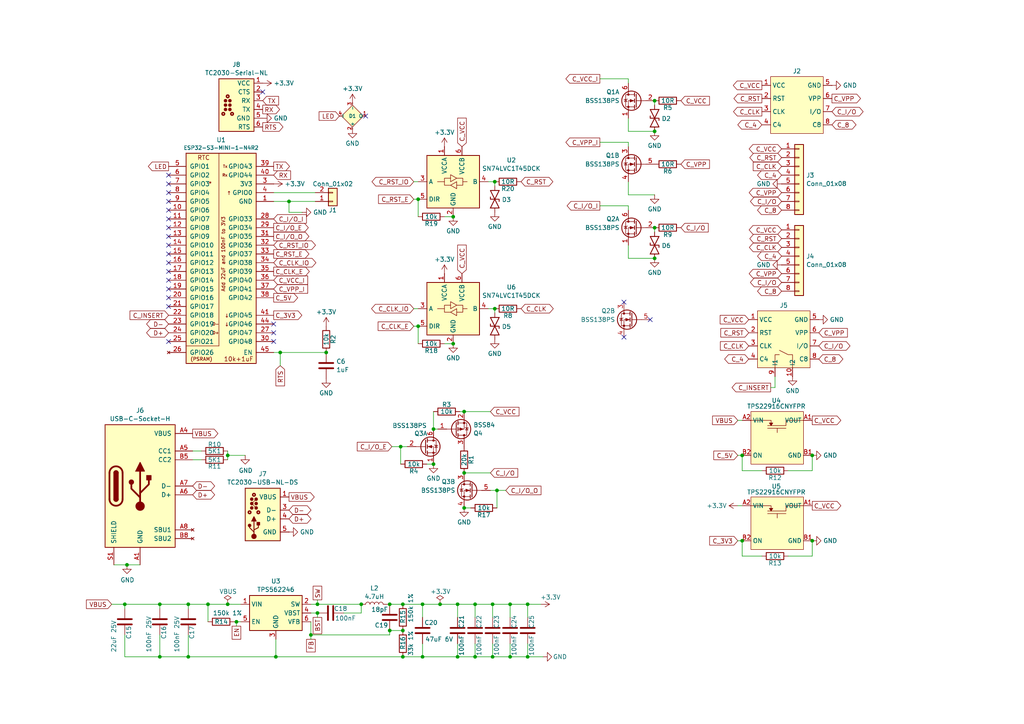
<source format=kicad_sch>
(kicad_sch (version 20250114) (generator "eeschema") (generator_version "9.0")
  (paper "A4")
  (title_block (title "ISO7816") (rev "1") (comment 1 "www.me.uk"))
  (junction (at 189.865 66.04))
  (junction (at 122.555 190.5))
  (junction (at 134.62 147.32))
  (junction (at 153.035 190.5))
  (junction (at 116.84 182.88))
  (junction (at 131.445 99.695))
  (junction (at 131.445 62.865))
  (junction (at 94.615 102.235))
  (junction (at 142.875 190.5))
  (junction (at 189.865 74.93))
  (junction (at 147.955 175.26))
  (junction (at 113.03 175.26))
  (junction (at 125.73 134.62))
  (junction (at 235.585 132.08))
  (junction (at 68.58 180.34))
  (junction (at 189.865 29.21))
  (junction (at 113.03 182.88))
  (junction (at 36.83 163.83))
  (junction (at 189.865 38.1))
  (junction (at 54.61 190.5))
  (junction (at 46.355 175.26))
  (junction (at 116.205 129.54))
  (junction (at 66.04 132.08))
  (junction (at 142.875 175.26))
  (junction (at 235.585 156.845))
  (junction (at 127.635 175.26))
  (junction (at 60.325 175.26))
  (junction (at 134.62 119.38))
  (junction (at 92.075 177.8))
  (junction (at 147.955 190.5))
  (junction (at 116.84 190.5))
  (junction (at 81.28 102.235))
  (junction (at 90.17 184.15))
  (junction (at 121.285 57.785))
  (junction (at 215.265 156.845))
  (junction (at 104.775 175.26))
  (junction (at 137.795 175.26))
  (junction (at 144.145 142.24))
  (junction (at 83.82 58.42))
  (junction (at 215.265 132.08))
  (junction (at 134.62 137.16))
  (junction (at 132.715 190.5))
  (junction (at 80.01 190.5))
  (junction (at 137.795 190.5))
  (junction (at 116.84 175.26))
  (junction (at 132.715 175.26))
  (junction (at 143.51 52.705))
  (junction (at 125.73 124.46))
  (junction (at 143.51 89.535))
  (junction (at 36.195 175.26))
  (junction (at 122.555 175.26))
  (junction (at 153.035 175.26))
  (junction (at 92.075 175.26))
  (junction (at 54.61 175.26))
  (junction (at 66.04 175.26))
  (junction (at 121.285 94.615))
  (junction (at 46.355 190.5))
  (no_connect (at 48.895 55.88))
  (no_connect (at 48.895 68.58))
  (no_connect (at 79.375 96.52))
  (no_connect (at 106.045 33.655))
  (no_connect (at 188.595 92.71))
  (no_connect (at 48.895 50.8))
  (no_connect (at 48.895 71.12))
  (no_connect (at 48.895 81.28))
  (no_connect (at 48.895 73.66))
  (no_connect (at 48.895 58.42))
  (no_connect (at 48.895 60.96))
  (no_connect (at 48.895 88.9))
  (no_connect (at 48.895 78.74))
  (no_connect (at 48.895 63.5))
  (no_connect (at 79.375 99.06))
  (no_connect (at 48.895 53.34))
  (no_connect (at 48.895 66.04))
  (no_connect (at 180.975 97.79))
  (no_connect (at 76.2 26.67))
  (no_connect (at 48.895 99.06))
  (no_connect (at 48.895 83.82))
  (no_connect (at 180.975 87.63))
  (no_connect (at 79.375 93.98))
  (no_connect (at 48.895 76.2))
  (no_connect (at 48.895 86.36))
  (wire (pts (xy 55.88 133.35) (xy 58.42 133.35)))
  (wire (pts (xy 66.04 130.81) (xy 66.04 132.08)))
  (wire (pts (xy 134.62 119.38) (xy 142.24 119.38)))
  (wire (pts (xy 189.865 67.31) (xy 189.865 66.04)))
  (wire (pts (xy 173.99 41.275) (xy 182.245 41.275)))
  (wire (pts (xy 153.035 175.26) (xy 153.035 179.07)))
  (wire (pts (xy 71.12 132.08) (xy 66.04 132.08)))
  (wire (pts (xy 122.555 175.26) (xy 122.555 179.07)))
  (wire (pts (xy 120.015 57.785) (xy 121.285 57.785)))
  (wire (pts (xy 189.865 74.93) (xy 182.245 74.93)))
  (wire (pts (xy 132.715 175.26) (xy 137.795 175.26)))
  (wire (pts (xy 113.03 184.15) (xy 113.03 182.88)))
  (wire (pts (xy 80.01 190.5) (xy 116.84 190.5)))
  (wire (pts (xy 235.585 136.525) (xy 235.585 132.08)))
  (wire (pts (xy 121.285 57.785) (xy 121.285 62.865)))
  (wire (pts (xy 133.35 119.38) (xy 134.62 119.38)))
  (wire (pts (xy 66.04 132.08) (xy 66.04 133.35)))
  (wire (pts (xy 46.355 175.26) (xy 54.61 175.26)))
  (wire (pts (xy 235.585 161.29) (xy 235.585 156.845)))
  (wire (pts (xy 90.17 184.15) (xy 113.03 184.15)))
  (wire (pts (xy 153.035 186.69) (xy 153.035 190.5)))
  (wire (pts (xy 128.905 99.695) (xy 131.445 99.695)))
  (wire (pts (xy 36.195 190.5) (xy 36.195 184.15)))
  (wire (pts (xy 79.375 58.42) (xy 83.82 58.42)))
  (wire (pts (xy 91.44 58.42) (xy 83.82 58.42)))
  (wire (pts (xy 137.795 190.5) (xy 142.875 190.5)))
  (wire (pts (xy 144.145 142.24) (xy 142.24 142.24)))
  (wire (pts (xy 147.955 175.26) (xy 153.035 175.26)))
  (wire (pts (xy 33.02 163.83) (xy 36.83 163.83)))
  (wire (pts (xy 182.245 22.86) (xy 182.245 24.13)))
  (wire (pts (xy 132.715 175.26) (xy 132.715 179.07)))
  (wire (pts (xy 182.245 71.12) (xy 182.245 74.93)))
  (wire (pts (xy 116.84 190.5) (xy 122.555 190.5)))
  (wire (pts (xy 68.58 181.61) (xy 68.58 180.34)))
  (wire (pts (xy 60.325 175.26) (xy 66.04 175.26)))
  (wire (pts (xy 104.775 175.26) (xy 104.775 177.8)))
  (wire (pts (xy 142.875 190.5) (xy 147.955 190.5)))
  (wire (pts (xy 68.58 180.34) (xy 69.85 180.34)))
  (wire (pts (xy 137.795 190.5) (xy 132.715 190.5)))
  (wire (pts (xy 147.955 175.26) (xy 147.955 179.07)))
  (wire (pts (xy 36.195 175.26) (xy 46.355 175.26)))
  (wire (pts (xy 215.265 136.525) (xy 220.98 136.525)))
  (wire (pts (xy 137.795 175.26) (xy 142.875 175.26)))
  (wire (pts (xy 153.035 175.26) (xy 156.845 175.26)))
  (wire (pts (xy 134.62 147.32) (xy 136.525 147.32)))
  (wire (pts (xy 142.875 175.26) (xy 147.955 175.26)))
  (wire (pts (xy 143.51 90.805) (xy 143.51 89.535)))
  (wire (pts (xy 120.015 52.705) (xy 121.285 52.705)))
  (wire (pts (xy 189.865 30.48) (xy 189.865 29.21)))
  (wire (pts (xy 128.905 62.865) (xy 131.445 62.865)))
  (wire (pts (xy 189.865 56.515) (xy 182.245 56.515)))
  (wire (pts (xy 80.01 190.5) (xy 80.01 185.42)))
  (wire (pts (xy 228.6 136.525) (xy 235.585 136.525)))
  (wire (pts (xy 182.245 34.29) (xy 182.245 38.1)))
  (wire (pts (xy 146.685 142.24) (xy 144.145 142.24)))
  (wire (pts (xy 142.875 175.26) (xy 142.875 179.07)))
  (wire (pts (xy 127.635 175.26) (xy 132.715 175.26)))
  (wire (pts (xy 173.99 22.86) (xy 182.245 22.86)))
  (wire (pts (xy 122.555 190.5) (xy 122.555 186.69)))
  (wire (pts (xy 46.355 190.5) (xy 36.195 190.5)))
  (wire (pts (xy 116.84 175.26) (xy 122.555 175.26)))
  (wire (pts (xy 83.82 58.42) (xy 83.82 61.595)))
  (wire (pts (xy 121.285 94.615) (xy 121.285 99.695)))
  (wire (pts (xy 83.82 61.595) (xy 87.63 61.595)))
  (wire (pts (xy 132.715 186.69) (xy 132.715 190.5)))
  (wire (pts (xy 144.145 142.24) (xy 144.145 147.32)))
  (wire (pts (xy 125.73 119.38) (xy 125.73 124.46)))
  (wire (pts (xy 46.355 175.26) (xy 46.355 176.53)))
  (wire (pts (xy 54.61 184.15) (xy 54.61 190.5)))
  (wire (pts (xy 123.825 134.62) (xy 125.73 134.62)))
  (wire (pts (xy 224.79 112.395) (xy 223.52 112.395)))
  (wire (pts (xy 213.995 132.08) (xy 215.265 132.08)))
  (wire (pts (xy 67.945 180.34) (xy 68.58 180.34)))
  (wire (pts (xy 224.79 109.22) (xy 224.79 112.395)))
  (wire (pts (xy 215.265 156.845) (xy 215.265 161.29)))
  (wire (pts (xy 66.04 175.26) (xy 69.85 175.26)))
  (wire (pts (xy 112.395 175.26) (xy 113.03 175.26)))
  (wire (pts (xy 79.375 102.235) (xy 81.28 102.235)))
  (wire (pts (xy 90.17 180.34) (xy 90.17 184.15)))
  (wire (pts (xy 173.99 59.69) (xy 182.245 59.69)))
  (wire (pts (xy 182.245 59.69) (xy 182.245 60.96)))
  (wire (pts (xy 182.245 52.705) (xy 182.245 56.515)))
  (wire (pts (xy 80.01 190.5) (xy 54.61 190.5)))
  (wire (pts (xy 32.385 175.26) (xy 36.195 175.26)))
  (wire (pts (xy 120.015 89.535) (xy 121.285 89.535)))
  (wire (pts (xy 228.6 161.29) (xy 235.585 161.29)))
  (wire (pts (xy 120.015 94.615) (xy 121.285 94.615)))
  (wire (pts (xy 215.265 161.29) (xy 220.98 161.29)))
  (wire (pts (xy 113.03 175.26) (xy 116.84 175.26)))
  (wire (pts (xy 134.62 137.16) (xy 142.24 137.16)))
  (wire (pts (xy 113.03 182.88) (xy 116.84 182.88)))
  (wire (pts (xy 90.17 175.26) (xy 92.075 175.26)))
  (wire (pts (xy 141.605 89.535) (xy 143.51 89.535)))
  (wire (pts (xy 54.61 175.26) (xy 60.325 175.26)))
  (wire (pts (xy 113.665 129.54) (xy 116.205 129.54)))
  (wire (pts (xy 81.28 102.235) (xy 81.28 106.045)))
  (wire (pts (xy 122.555 190.5) (xy 132.715 190.5)))
  (wire (pts (xy 40.64 163.83) (xy 36.83 163.83)))
  (wire (pts (xy 213.995 146.685) (xy 215.265 146.685)))
  (wire (pts (xy 143.51 53.975) (xy 143.51 52.705)))
  (wire (pts (xy 125.73 124.46) (xy 127 124.46)))
  (wire (pts (xy 104.775 177.8) (xy 99.695 177.8)))
  (wire (pts (xy 147.955 190.5) (xy 153.035 190.5)))
  (wire (pts (xy 189.865 38.1) (xy 182.245 38.1)))
  (wire (pts (xy 92.075 175.26) (xy 104.775 175.26)))
  (wire (pts (xy 142.875 186.69) (xy 142.875 190.5)))
  (wire (pts (xy 90.17 184.15) (xy 90.17 185.42)))
  (wire (pts (xy 153.035 190.5) (xy 157.48 190.5)))
  (wire (pts (xy 54.61 190.5) (xy 46.355 190.5)))
  (wire (pts (xy 213.995 156.845) (xy 215.265 156.845)))
  (wire (pts (xy 116.205 129.54) (xy 118.11 129.54)))
  (wire (pts (xy 122.555 175.26) (xy 127.635 175.26)))
  (wire (pts (xy 55.88 130.81) (xy 58.42 130.81)))
  (wire (pts (xy 137.795 175.26) (xy 137.795 179.07)))
  (wire (pts (xy 79.375 55.88) (xy 91.44 55.88)))
  (wire (pts (xy 213.995 121.92) (xy 215.265 121.92)))
  (wire (pts (xy 116.205 129.54) (xy 116.205 134.62)))
  (wire (pts (xy 215.265 132.08) (xy 215.265 136.525)))
  (wire (pts (xy 141.605 52.705) (xy 143.51 52.705)))
  (wire (pts (xy 137.795 186.69) (xy 137.795 190.5)))
  (wire (pts (xy 60.325 175.26) (xy 60.325 180.34)))
  (wire (pts (xy 92.075 177.8) (xy 92.075 179.07)))
  (wire (pts (xy 54.61 175.26) (xy 54.61 176.53)))
  (wire (pts (xy 46.355 184.15) (xy 46.355 190.5)))
  (wire (pts (xy 182.245 41.275) (xy 182.245 42.545)))
  (wire (pts (xy 90.17 177.8) (xy 92.075 177.8)))
  (wire (pts (xy 81.28 102.235) (xy 94.615 102.235)))
  (wire (pts (xy 147.955 186.69) (xy 147.955 190.5)))
  (wire (pts (xy 36.195 175.26) (xy 36.195 176.53)))
  (wire (pts (xy 92.075 173.99) (xy 92.075 175.26)))
  (global_label "C_RST_E" (shape output) (at 79.375 73.66 0) (property "Intersheetrefs" "${INTERSHEET_REFS}" (effects (hide yes))))
  (global_label "VBUS" (shape input) (at 32.385 175.26 180) (property "Intersheetrefs" "${INTERSHEET_REFS}" (effects (hide yes))))
  (global_label "C_I{slash}O_I" (shape input) (at 79.375 63.5 0) (property "Intersheetrefs" "${INTERSHEET_REFS}" (effects (hide yes))))
  (global_label "C_VCC_I" (shape input) (at 79.375 81.28 0) (property "Intersheetrefs" "${INTERSHEET_REFS}" (effects (hide yes))))
  (global_label "C_VPP" (shape bidirectional) (at 226.695 79.375 180) (property "Intersheetrefs" "${INTERSHEET_REFS}" (effects (hide yes))))
  (global_label "FB" (shape passive) (at 90.17 185.42 270) (property "Intersheetrefs" "${INTERSHEET_REFS}" (effects (hide yes))))
  (global_label "C_5V" (shape input) (at 213.995 132.08 180) (property "Intersheetrefs" "${INTERSHEET_REFS}" (effects (hide yes))))
  (global_label "C_I{slash}O" (shape bidirectional) (at 226.695 58.42 180) (property "Intersheetrefs" "${INTERSHEET_REFS}" (effects (hide yes))))
  (global_label "C_4" (shape bidirectional) (at 226.695 74.295 180) (property "Intersheetrefs" "${INTERSHEET_REFS}" (effects (hide yes))))
  (global_label "RX" (shape output) (at 76.2 31.75 0) (property "Intersheetrefs" "${INTERSHEET_REFS}" (effects (hide yes))))
  (global_label "C_VCC_I" (shape output) (at 173.99 22.86 180) (property "Intersheetrefs" "${INTERSHEET_REFS}" (effects (hide yes))))
  (global_label "C_CLK_E" (shape output) (at 79.375 78.74 0) (property "Intersheetrefs" "${INTERSHEET_REFS}" (effects (hide yes))))
  (global_label "C_4" (shape bidirectional) (at 220.98 36.195 180) (property "Intersheetrefs" "${INTERSHEET_REFS}" (effects (hide yes))))
  (global_label "BST" (shape passive) (at 92.075 179.07 270) (property "Intersheetrefs" "${INTERSHEET_REFS}" (effects (hide yes))))
  (global_label "VBUS" (shape output) (at 83.82 144.145 0) (property "Intersheetrefs" "${INTERSHEET_REFS}" (effects (hide yes))))
  (global_label "D+" (shape bidirectional) (at 83.82 150.495 0) (property "Intersheetrefs" "${INTERSHEET_REFS}" (effects (hide yes))))
  (global_label "C_4" (shape bidirectional) (at 217.17 104.14 180) (property "Intersheetrefs" "${INTERSHEET_REFS}" (effects (hide yes))))
  (global_label "C_INSERT" (shape output) (at 223.52 112.395 180) (property "Intersheetrefs" "${INTERSHEET_REFS}" (effects (hide yes))))
  (global_label "C_RST" (shape output) (at 220.98 28.575 180) (property "Intersheetrefs" "${INTERSHEET_REFS}" (effects (hide yes))))
  (global_label "D-" (shape bidirectional) (at 48.895 93.98 180) (property "Intersheetrefs" "${INTERSHEET_REFS}" (effects (hide yes))))
  (global_label "C_RST" (shape input) (at 217.17 96.52 180) (property "Intersheetrefs" "${INTERSHEET_REFS}" (effects (hide yes))))
  (global_label "C_VCC" (shape input) (at 133.985 42.545 90) (property "Intersheetrefs" "${INTERSHEET_REFS}" (effects (hide yes))))
  (global_label "C_3V3" (shape input) (at 213.995 156.845 180) (property "Intersheetrefs" "${INTERSHEET_REFS}" (effects (hide yes))))
  (global_label "C_VCC" (shape output) (at 235.585 121.92 0) (property "Intersheetrefs" "${INTERSHEET_REFS}" (effects (hide yes))))
  (global_label "C_CLK" (shape input) (at 217.17 100.33 180) (property "Intersheetrefs" "${INTERSHEET_REFS}" (effects (hide yes))))
  (global_label "TX" (shape input) (at 76.2 29.21 0) (property "Intersheetrefs" "${INTERSHEET_REFS}" (effects (hide yes))))
  (global_label "C_CLK_E" (shape input) (at 120.015 94.615 180) (property "Intersheetrefs" "${INTERSHEET_REFS}" (effects (hide yes))))
  (global_label "C_CLK" (shape output) (at 220.98 32.385 180) (property "Intersheetrefs" "${INTERSHEET_REFS}" (effects (hide yes))))
  (global_label "LED" (shape input) (at 98.425 33.655 180) (property "Intersheetrefs" "${INTERSHEET_REFS}" (effects (hide yes))))
  (global_label "C_VCC" (shape input) (at 133.985 79.375 90) (property "Intersheetrefs" "${INTERSHEET_REFS}" (effects (hide yes))))
  (global_label "C_VPP" (shape input) (at 197.485 47.625 0) (property "Intersheetrefs" "${INTERSHEET_REFS}" (effects (hide yes))))
  (global_label "C_VCC" (shape bidirectional) (at 226.695 66.675 180) (property "Intersheetrefs" "${INTERSHEET_REFS}" (effects (hide yes))))
  (global_label "C_VCC" (shape output) (at 220.98 24.765 180) (property "Intersheetrefs" "${INTERSHEET_REFS}" (effects (hide yes))))
  (global_label "C_4" (shape bidirectional) (at 226.695 50.8 180) (property "Intersheetrefs" "${INTERSHEET_REFS}" (effects (hide yes))))
  (global_label "C_RST" (shape bidirectional) (at 226.695 69.215 180) (property "Intersheetrefs" "${INTERSHEET_REFS}" (effects (hide yes))))
  (global_label "C_RST" (shape bidirectional) (at 151.13 52.705 0) (property "Intersheetrefs" "${INTERSHEET_REFS}" (effects (hide yes))))
  (global_label "D+" (shape bidirectional) (at 48.895 96.52 180) (property "Intersheetrefs" "${INTERSHEET_REFS}" (effects (hide yes))))
  (global_label "C_VPP" (shape input) (at 237.49 96.52 0) (property "Intersheetrefs" "${INTERSHEET_REFS}" (effects (hide yes))))
  (global_label "C_5V" (shape output) (at 79.375 86.36 0) (property "Intersheetrefs" "${INTERSHEET_REFS}" (effects (hide yes))))
  (global_label "C_I{slash}O_I" (shape output) (at 173.99 59.69 180) (property "Intersheetrefs" "${INTERSHEET_REFS}" (effects (hide yes))))
  (global_label "C_VCC" (shape input) (at 142.24 119.38 0) (property "Intersheetrefs" "${INTERSHEET_REFS}" (effects (hide yes))))
  (global_label "C_8" (shape bidirectional) (at 237.49 104.14 0) (property "Intersheetrefs" "${INTERSHEET_REFS}" (effects (hide yes))))
  (global_label "C_VPP_I" (shape input) (at 79.375 83.82 0) (property "Intersheetrefs" "${INTERSHEET_REFS}" (effects (hide yes))))
  (global_label "C_VPP" (shape output) (at 241.3 28.575 0) (property "Intersheetrefs" "${INTERSHEET_REFS}" (effects (hide yes))))
  (global_label "RX" (shape input) (at 79.375 50.8 0) (property "Intersheetrefs" "${INTERSHEET_REFS}" (effects (hide yes))))
  (global_label "D+" (shape bidirectional) (at 55.88 143.51 0) (property "Intersheetrefs" "${INTERSHEET_REFS}" (effects (hide yes))))
  (global_label "C_RST_IO" (shape bidirectional) (at 79.375 71.12 0) (property "Intersheetrefs" "${INTERSHEET_REFS}" (effects (hide yes))))
  (global_label "RTS" (shape output) (at 76.2 36.83 0) (property "Intersheetrefs" "${INTERSHEET_REFS}" (effects (hide yes))))
  (global_label "C_8" (shape bidirectional) (at 226.695 60.96 180) (property "Intersheetrefs" "${INTERSHEET_REFS}" (effects (hide yes))))
  (global_label "SW" (shape passive) (at 92.075 173.99 90) (property "Intersheetrefs" "${INTERSHEET_REFS}" (effects (hide yes))))
  (global_label "C_I{slash}O" (shape bidirectional) (at 241.3 32.385 0) (property "Intersheetrefs" "${INTERSHEET_REFS}" (effects (hide yes))))
  (global_label "C_I{slash}O_O" (shape output) (at 79.375 68.58 0) (property "Intersheetrefs" "${INTERSHEET_REFS}" (effects (hide yes))))
  (global_label "C_INSERT" (shape input) (at 48.895 91.44 180) (property "Intersheetrefs" "${INTERSHEET_REFS}" (effects (hide yes))))
  (global_label "C_VCC" (shape bidirectional) (at 226.695 43.18 180) (property "Intersheetrefs" "${INTERSHEET_REFS}" (effects (hide yes))))
  (global_label "C_CLK" (shape bidirectional) (at 226.695 71.755 180) (property "Intersheetrefs" "${INTERSHEET_REFS}" (effects (hide yes))))
  (global_label "C_VCC" (shape input) (at 197.485 29.21 0) (property "Intersheetrefs" "${INTERSHEET_REFS}" (effects (hide yes))))
  (global_label "C_I{slash}O_E" (shape output) (at 79.375 66.04 0) (property "Intersheetrefs" "${INTERSHEET_REFS}" (effects (hide yes))))
  (global_label "C_I{slash}O" (shape bidirectional) (at 226.695 81.915 180) (property "Intersheetrefs" "${INTERSHEET_REFS}" (effects (hide yes))))
  (global_label "C_RST_E" (shape input) (at 120.015 57.785 180) (property "Intersheetrefs" "${INTERSHEET_REFS}" (effects (hide yes))))
  (global_label "VBUS" (shape input) (at 213.995 121.92 180) (property "Intersheetrefs" "${INTERSHEET_REFS}" (effects (hide yes))))
  (global_label "C_RST" (shape bidirectional) (at 226.695 45.72 180) (property "Intersheetrefs" "${INTERSHEET_REFS}" (effects (hide yes))))
  (global_label "C_I{slash}O" (shape bidirectional) (at 237.49 100.33 0) (property "Intersheetrefs" "${INTERSHEET_REFS}" (effects (hide yes))))
  (global_label "C_VPP_I" (shape output) (at 173.99 41.275 180) (property "Intersheetrefs" "${INTERSHEET_REFS}" (effects (hide yes))))
  (global_label "C_I{slash}O" (shape input) (at 197.485 66.04 0) (property "Intersheetrefs" "${INTERSHEET_REFS}" (effects (hide yes))))
  (global_label "C_VCC" (shape input) (at 217.17 92.71 180) (property "Intersheetrefs" "${INTERSHEET_REFS}" (effects (hide yes))))
  (global_label "C_3V3" (shape output) (at 79.375 91.44 0) (property "Intersheetrefs" "${INTERSHEET_REFS}" (effects (hide yes))))
  (global_label "C_RST_IO" (shape bidirectional) (at 120.015 52.705 180) (property "Intersheetrefs" "${INTERSHEET_REFS}" (effects (hide yes))))
  (global_label "C_CLK_IO" (shape bidirectional) (at 79.375 76.2 0) (property "Intersheetrefs" "${INTERSHEET_REFS}" (effects (hide yes))))
  (global_label "C_8" (shape bidirectional) (at 226.695 84.455 180) (property "Intersheetrefs" "${INTERSHEET_REFS}" (effects (hide yes))))
  (global_label "VBUS" (shape output) (at 55.88 125.73 0) (property "Intersheetrefs" "${INTERSHEET_REFS}" (effects (hide yes))))
  (global_label "D-" (shape bidirectional) (at 83.82 147.955 0) (property "Intersheetrefs" "${INTERSHEET_REFS}" (effects (hide yes))))
  (global_label "C_VPP" (shape bidirectional) (at 226.695 55.88 180) (property "Intersheetrefs" "${INTERSHEET_REFS}" (effects (hide yes))))
  (global_label "C_VCC" (shape output) (at 235.585 146.685 0) (property "Intersheetrefs" "${INTERSHEET_REFS}" (effects (hide yes))))
  (global_label "C_I{slash}O_O" (shape input) (at 146.685 142.24 0) (property "Intersheetrefs" "${INTERSHEET_REFS}" (effects (hide yes))))
  (global_label "C_CLK_IO" (shape bidirectional) (at 120.015 89.535 180) (property "Intersheetrefs" "${INTERSHEET_REFS}" (effects (hide yes))))
  (global_label "LED" (shape output) (at 48.895 48.26 180) (property "Intersheetrefs" "${INTERSHEET_REFS}" (effects (hide yes))))
  (global_label "TX" (shape output) (at 79.375 48.26 0) (property "Intersheetrefs" "${INTERSHEET_REFS}" (effects (hide yes))))
  (global_label "C_8" (shape bidirectional) (at 241.3 36.195 0) (property "Intersheetrefs" "${INTERSHEET_REFS}" (effects (hide yes))))
  (global_label "C_I{slash}O_E" (shape input) (at 113.665 129.54 180) (property "Intersheetrefs" "${INTERSHEET_REFS}" (effects (hide yes))))
  (global_label "C_I{slash}O" (shape input) (at 142.24 137.16 0) (property "Intersheetrefs" "${INTERSHEET_REFS}" (effects (hide yes))))
  (global_label "D-" (shape bidirectional) (at 55.88 140.97 0) (property "Intersheetrefs" "${INTERSHEET_REFS}" (effects (hide yes))))
  (global_label "C_CLK" (shape bidirectional) (at 151.13 89.535 0) (property "Intersheetrefs" "${INTERSHEET_REFS}" (effects (hide yes))))
  (global_label "EN" (shape passive) (at 68.58 181.61 270) (property "Intersheetrefs" "${INTERSHEET_REFS}" (effects (hide yes))))
  (global_label "C_CLK" (shape input) (at 226.695 48.26 180) (property "Intersheetrefs" "${INTERSHEET_REFS}" (effects (hide yes))))
  (global_label "RTS" (shape input) (at 81.28 106.045 270) (property "Intersheetrefs" "${INTERSHEET_REFS}" (effects (hide yes))))
  (symbol (lib_id "power:GND") (at 71.12 132.08 0) (unit 1)
    (property "Reference" "#PWR026" (effects (hide yes)))
    (property "Value" "GND" (at 71.247 136.4742 0))
    (property "Description" "Power symbol creates a global label with name \"GND\" , ground" (effects (hide yes)))
  )
  (symbol (lib_id "power:GND") (at 36.83 163.83 0) (unit 1)
    (property "Reference" "#PWR023" (effects (hide yes)))
    (property "Value" "GND" (at 36.957 168.2242 0))
    (property "Description" "Power symbol creates a global label with name \"GND\" , ground" (effects (hide yes)))
  )
  (symbol (lib_id "Device:R") (at 224.79 161.29 90) (mirror x) (unit 1)
    (property "Reference" "R13" (at 224.79 163.322 90))
    (property "Value" "10k" (at 224.79 161.29 90))
    (property "Footprint" "RevK:R_0201" (effects (hide yes)))
    (property "Description" "Resistor" (effects (hide yes)))
  )
  (symbol (lib_id "Device:R") (at 116.84 186.69 0) (unit 1)
    (property "Reference" "R16" (at 116.84 188.468 90) (effects (justify left)))
    (property "Value" "33k 1%" (at 119.126 190.246 90) (effects (justify left)))
    (property "Footprint" "RevK:R_0201" (effects (hide yes)))
    (property "Description" "Resistor" (effects (hide yes)))
    (property "MPN" "C320835" (effects (hide yes)))
  )
  (symbol (lib_id "RevK:ES05D1MC10") (at 143.51 57.785 270) (unit 1)
    (property "Reference" "D3" (at 145.542 57.912 90) (effects (justify left)))
    (property "Footprint" "RevK:DFN1006-2L" (effects (hide yes)))
    (property "LCSC Part #" "C5137770" (effects (hide yes)))
    (property "MPN" "C5137770" (effects (hide yes)))
  )
  (symbol (lib_id "Device:C") (at 113.03 179.07 180) (unit 1)
    (property "Reference" "C19" (at 110.617 181.356 0))
    (property "Value" "18pF" (at 110.109 176.784 0))
    (property "Footprint" "RevK:C_0201" (effects (hide yes)))
    (property "Description" "Unpolarized capacitor" (effects (hide yes)))
    (property "MPN" "C62164" (effects (hide yes)))
  )
  (symbol (lib_id "Device:R") (at 134.62 133.35 0) (unit 1)
    (property "Reference" "R1" (at 136.652 133.35 90))
    (property "Value" "20k" (at 134.62 133.35 90))
    (property "Footprint" "RevK:R_0201" (effects (hide yes)))
    (property "Description" "Resistor" (effects (hide yes)))
  )
  (symbol (lib_id "power:+3.3V") (at 94.615 94.615 0) (unit 1)
    (property "Reference" "#PWR07" (effects (hide yes)))
    (property "Value" "+3.3V" (at 94.615 90.4819 0))
    (property "Description" "Power symbol creates a global label with name \"+3.3V\"" (effects (hide yes)))
  )
  (symbol (lib_id "RevK:BSS138PS") (at 184.785 47.625 0) (mirror y) (unit 2)
    (property "Reference" "Q1" (at 179.705 45.085 0) (effects (justify left)))
    (property "Value" "BSS138PS" (at 179.705 47.625 0) (effects (justify left)))
    (property "Footprint" "RevK:SOT-363_SC-70-6" (effects (hide yes)))
    (property "Datasheet" "https://datasheet.lcsc.com/lcsc/1810011113_Nexperia-BSS138PS-115_C193381.pdf" (effects (hide yes)))
    (property "Description" "60 V, 320 mA dual N-channel Trench MOSFET" (effects (hide yes)))
    (property "LCSC Part #" "C193381" (effects (hide yes)))
    (property "JLCPCB Rotation Offset" "180" (effects (hide yes)))
    (property "MPN" "C193381" (effects (hide yes)))
  )
  (symbol (lib_id "power:GND") (at 102.235 37.465 0) (unit 1)
    (property "Reference" "#PWR010" (effects (hide yes)))
    (property "Value" "GND" (at 102.235 41.5981 0))
    (property "Description" "Power symbol creates a global label with name \"GND\" , ground" (effects (hide yes)))
  )
  (symbol (lib_id "Device:R") (at 147.32 52.705 90) (mirror x) (unit 1)
    (property "Reference" "R20" (at 147.32 54.737 90))
    (property "Value" "10R" (at 147.32 52.705 90))
    (property "Footprint" "RevK:R_0201" (effects (hide yes)))
    (property "Description" "Resistor" (effects (hide yes)))
  )
  (symbol (lib_id "power:PWR_FLAG") (at 127.635 175.26 0) (unit 1)
    (property "Reference" "#FLG04" (effects (hide yes)))
    (property "Value" "+3.3V" (at 127.762 171.577 0))
    (property "Description" "Special symbol for telling ERC where power comes from" (effects (hide yes)))
  )
  (symbol (lib_id "power:GND") (at 235.585 156.845 90) (mirror x) (unit 1)
    (property "Reference" "#PWR022" (effects (hide yes)))
    (property "Value" "GND" (at 238.7599 156.845 90) (effects (justify right)))
    (property "Description" "Power symbol creates a global label with name \"GND\" , ground" (effects (hide yes)))
  )
  (symbol (lib_id "Device:R") (at 62.23 130.81 90) (unit 1)
    (property "Reference" "R10" (at 62.23 128.905 90))
    (property "Value" "5K1" (at 62.23 130.81 90))
    (property "Footprint" "RevK:R_0201" (effects (hide yes)))
    (property "Description" "Resistor" (effects (hide yes)))
    (property "MPN" "C274341" (effects (hide yes)))
  )
  (symbol (lib_id "Logic_LevelTranslator:SN74LVC1T45DCK") (at 131.445 89.535 0) (unit 1)
    (property "Reference" "U6" (at 148.3141 83.2884 0))
    (property "Value" "SN74LVC1T45DCK" (at 148.3141 85.7127 0))
    (property "Footprint" "Package_TO_SOT_SMD:SOT-363_SC-70-6" (effects (hide yes)))
    (property "Datasheet" "http://www.ti.com/lit/ds/symlink/sn74lvc1t45.pdf" (effects (hide yes)))
    (property "Description" "Single-Bit Dual-Supply Bus Transceiver With Configurable Voltage Translation and 3-State Outputs, SOT-363" (effects (hide yes)))
  )
  (symbol (lib_id "RevK:ISO7816-Socket") (at 227.33 97.79 0) (unit 1) (in_bom no)
    (property "Reference" "J5" (at 227.33 88.5769 0))
    (property "Footprint" "RevK:7434L0825S01LF" (effects (hide yes)))
    (property "Description" "ISO7816 card" (effects (hide yes)))
  )
  (symbol (lib_id "power:GND") (at 157.48 190.5 90) (unit 1)
    (property "Reference" "#PWR031" (effects (hide yes)))
    (property "Value" "GND" (at 164.465 190.5 90) (effects (justify left)))
    (property "Description" "Power symbol creates a global label with name \"GND\" , ground" (effects (hide yes)))
  )
  (symbol (lib_id "RevK:ES05D1MC10") (at 143.51 94.615 270) (unit 1)
    (property "Reference" "D5" (at 145.542 94.742 90) (effects (justify left)))
    (property "Footprint" "RevK:DFN1006-2L" (effects (hide yes)))
    (property "LCSC Part #" "C5137770" (effects (hide yes)))
    (property "MPN" "C5137770" (effects (hide yes)))
  )
  (symbol (lib_id "power:GND") (at 235.585 132.08 90) (mirror x) (unit 1)
    (property "Reference" "#PWR024" (effects (hide yes)))
    (property "Value" "GND" (at 238.7599 132.08 90) (effects (justify right)))
    (property "Description" "Power symbol creates a global label with name \"GND\" , ground" (effects (hide yes)))
  )
  (symbol (lib_id "Device:C") (at 36.195 180.34 0) (unit 1)
    (property "Reference" "C15" (at 37.338 185.42 90) (effects (justify left)))
    (property "Value" "22uF 25V" (at 33.02 189.23 90) (effects (justify left)))
    (property "Footprint" "RevK:C_0805" (effects (hide yes)))
    (property "Description" "Unpolarized capacitor" (effects (hide yes)))
    (property "MPN" "C45783" (effects (hide yes)))
  )
  (symbol (lib_id "power:GND") (at 229.87 109.22 0) (mirror y) (unit 1)
    (property "Reference" "#PWR027" (effects (hide yes)))
    (property "Value" "GND" (at 229.87 113.3531 0))
    (property "Description" "Power symbol creates a global label with name \"GND\" , ground" (effects (hide yes)))
  )
  (symbol (lib_id "power:GND") (at 189.865 56.515 0) (unit 1)
    (property "Reference" "#PWR014" (effects (hide yes)))
    (property "Value" "GND" (at 189.865 60.6481 0))
    (property "Description" "Power symbol creates a global label with name \"GND\" , ground" (effects (hide yes)))
  )
  (symbol (lib_id "RevK:ES05D1MC10") (at 189.865 71.12 270) (unit 1)
    (property "Reference" "D6" (at 191.897 71.247 90) (effects (justify left)))
    (property "Footprint" "RevK:DFN1006-2L" (effects (hide yes)))
    (property "LCSC Part #" "C5137770" (effects (hide yes)))
    (property "MPN" "C5137770" (effects (hide yes)))
  )
  (symbol (lib_id "Device:C") (at 95.885 177.8 90) (unit 1)
    (property "Reference" "C18" (at 98.806 176.53 90))
    (property "Value" "100nF" (at 100.203 179.324 90))
    (property "Footprint" "RevK:C_0201" (effects (hide yes)))
    (property "Description" "Unpolarized capacitor" (effects (hide yes)))
    (property "MPN" "C76934" (effects (hide yes)))
  )
  (symbol (lib_id "power:GND") (at 94.615 109.855 0) (unit 1)
    (property "Reference" "#PWR08" (effects (hide yes)))
    (property "Value" "GND" (at 94.615 113.9881 0))
    (property "Description" "Power symbol creates a global label with name \"GND\" , ground" (effects (hide yes)))
  )
  (symbol (lib_id "Connector_Generic:Conn_01x08") (at 231.775 50.8 0) (unit 1) (in_bom no)
    (property "Reference" "J3" (at 233.807 50.8578 0) (effects (justify left)))
    (property "Value" "Conn_01x08" (at 233.807 53.2821 0) (effects (justify left)))
    (property "Footprint" "Connector_PinHeader_2.54mm:PinHeader_1x08_P2.54mm_Vertical" (effects (hide yes)))
    (property "Description" "Generic connector, single row, 01x08, script generated (kicad-library-utils/schlib/autogen/connector/)" (effects (hide yes)))
  )
  (symbol (lib_id "Device:C") (at 132.715 182.88 180) (unit 1)
    (property "Reference" "C21" (at 133.858 180.34 90))
    (property "Value" "100nF" (at 133.858 187.198 90))
    (property "Footprint" "RevK:C_0201" (effects (hide yes)))
    (property "Description" "Unpolarized capacitor" (effects (hide yes)))
    (property "MPN" "C76934" (effects (hide yes)))
  )
  (symbol (lib_id "power:GND") (at 237.49 92.71 90) (mirror x) (unit 1)
    (property "Reference" "#PWR021" (effects (hide yes)))
    (property "Value" "GND" (at 240.6649 92.71 90) (effects (justify right)))
    (property "Description" "Power symbol creates a global label with name \"GND\" , ground" (effects (hide yes)))
  )
  (symbol (lib_id "power:GND") (at 131.445 62.865 0) (unit 1)
    (property "Reference" "#PWR011" (effects (hide yes)))
    (property "Value" "GND" (at 131.445 66.9981 0))
    (property "Description" "Power symbol creates a global label with name \"GND\" , ground" (effects (hide yes)))
  )
  (symbol (lib_id "RevK:TC2030-USB-NL") (at 76.2 149.225 0) (unit 1) (in_bom no)
    (property "Reference" "J7" (at 76.2 137.4605 0))
    (property "Value" "TC2030-USB-NL-DS" (at 76.2 139.8848 0))
    (property "Footprint" "RevK:Tag-Connect_TC2030-IDC-NL_2x03_P1.27mm_Vertical" (effects (hide yes)))
    (property "Description" "TC2030-USB-NL" (effects (hide yes)))
  )
  (symbol (lib_id "power:+3.3V") (at 79.375 53.34 270) (unit 1)
    (property "Reference" "#PWR05" (effects (hide yes)))
    (property "Value" "+3.3V" (at 82.55 53.34 90) (effects (justify left)))
    (property "Description" "Power symbol creates a global label with name \"+3.3V\"" (effects (hide yes)))
  )
  (symbol (lib_id "RevK:ES05D1MC10") (at 189.865 34.29 270) (unit 1)
    (property "Reference" "D2" (at 191.897 34.417 90) (effects (justify left)))
    (property "Footprint" "RevK:DFN1006-2L" (effects (hide yes)))
    (property "LCSC Part #" "C5137770" (effects (hide yes)))
    (property "MPN" "C5137770" (effects (hide yes)))
  )
  (symbol (lib_id "power:PWR_FLAG") (at 66.04 175.26 0) (unit 1)
    (property "Reference" "#FLG01" (effects (hide yes)))
    (property "Value" "VBUS" (at 66.167 171.577 0))
    (property "Description" "Special symbol for telling ERC where power comes from" (effects (hide yes)))
  )
  (symbol (lib_id "Device:C") (at 147.955 182.88 180) (unit 1)
    (property "Reference" "C24" (at 149.098 180.34 90))
    (property "Value" "100nF" (at 149.098 187.198 90))
    (property "Footprint" "RevK:C_0201" (effects (hide yes)))
    (property "Description" "Unpolarized capacitor" (effects (hide yes)))
    (property "MPN" "C76934" (effects (hide yes)))
  )
  (symbol (lib_id "Device:R") (at 120.015 134.62 270) (unit 1)
    (property "Reference" "R4" (at 120.015 136.652 90))
    (property "Value" "10k" (at 120.015 134.62 90))
    (property "Footprint" "RevK:R_0201" (effects (hide yes)))
    (property "Description" "Resistor" (effects (hide yes)))
  )
  (symbol (lib_id "power:GND") (at 87.63 61.595 90) (unit 1)
    (property "Reference" "#PWR06" (effects (hide yes)))
    (property "Value" "GND" (at 90.805 61.595 90) (effects (justify right)))
    (property "Description" "Power symbol creates a global label with name \"GND\" , ground" (effects (hide yes)))
  )
  (symbol (lib_id "power:+3.3V") (at 76.2 24.13 270) (unit 1)
    (property "Reference" "#PWR032" (effects (hide yes)))
    (property "Value" "+3.3V" (at 79.375 24.13 90) (effects (justify left)))
    (property "Description" "Power symbol creates a global label with name \"+3.3V\"" (effects (hide yes)))
  )
  (symbol (lib_id "power:GND") (at 241.3 24.765 90) (unit 1)
    (property "Reference" "#PWR020" (effects (hide yes)))
    (property "Value" "GND" (at 244.475 24.765 90) (effects (justify right)))
    (property "Description" "Power symbol creates a global label with name \"GND\" , ground" (effects (hide yes)))
  )
  (symbol (lib_id "power:GND") (at 226.695 53.34 270) (unit 1)
    (property "Reference" "#PWR018" (effects (hide yes)))
    (property "Value" "GND" (at 223.5201 53.34 90) (effects (justify right)))
    (property "Description" "Power symbol creates a global label with name \"GND\" , ground" (effects (hide yes)))
  )
  (symbol (lib_id "Device:C") (at 46.355 180.34 0) (unit 1)
    (property "Reference" "C16" (at 47.498 185.42 90) (effects (justify left)))
    (property "Value" "100nF 25V" (at 43.18 189.23 90) (effects (justify left)))
    (property "Footprint" "RevK:C_0402" (effects (hide yes)))
    (property "Description" "Unpolarized capacitor" (effects (hide yes)))
    (property "MPN" "C56392" (effects (hide yes)))
  )
  (symbol (lib_id "power:GND") (at 143.51 61.595 0) (unit 1)
    (property "Reference" "#PWR012" (effects (hide yes)))
    (property "Value" "GND" (at 143.51 65.7281 0))
    (property "Description" "Power symbol creates a global label with name \"GND\" , ground" (effects (hide yes)))
  )
  (symbol (lib_id "RevK:TPS22916") (at 225.425 127 0) (unit 1)
    (property "Reference" "U4" (at 225.171 116.1746 0))
    (property "Value" "TPS22916CNYFPR" (at 225.171 117.856 0))
    (property "Footprint" "RevK:WCSP-4-0.78x0.78" (effects (hide yes)))
    (property "MPN" "C2655476" (effects (hide yes)))
    (property "Rotation Offset" "90" (effects (hide yes)))
  )
  (symbol (lib_id "Device:R") (at 140.335 147.32 270) (unit 1)
    (property "Reference" "R17" (at 140.335 149.352 90))
    (property "Value" "10k" (at 140.335 147.32 90))
    (property "Footprint" "RevK:R_0201" (effects (hide yes)))
    (property "Description" "Resistor" (effects (hide yes)))
  )
  (symbol (lib_id "Device:R") (at 224.79 136.525 90) (mirror x) (unit 1)
    (property "Reference" "R12" (at 224.79 138.557 90))
    (property "Value" "10k" (at 224.79 136.525 90))
    (property "Footprint" "RevK:R_0201" (effects (hide yes)))
    (property "Description" "Resistor" (effects (hide yes)))
  )
  (symbol (lib_id "RevK:BSS138PS") (at 184.785 66.04 0) (mirror y) (unit 1)
    (property "Reference" "Q2" (at 179.705 63.5 0) (effects (justify left)))
    (property "Value" "BSS138PS" (at 179.705 66.04 0) (effects (justify left)))
    (property "Footprint" "RevK:SOT-363_SC-70-6" (effects (hide yes)))
    (property "Datasheet" "https://datasheet.lcsc.com/lcsc/1810011113_Nexperia-BSS138PS-115_C193381.pdf" (effects (hide yes)))
    (property "Description" "60 V, 320 mA dual N-channel Trench MOSFET" (effects (hide yes)))
    (property "LCSC Part #" "C193381" (effects (hide yes)))
    (property "JLCPCB Rotation Offset" "180" (effects (hide yes)))
    (property "MPN" "C193381" (effects (hide yes)))
  )
  (symbol (lib_id "power:GND") (at 226.695 76.835 270) (unit 1)
    (property "Reference" "#PWR019" (effects (hide yes)))
    (property "Value" "GND" (at 223.5201 76.835 90) (effects (justify right)))
    (property "Description" "Power symbol creates a global label with name \"GND\" , ground" (effects (hide yes)))
  )
  (symbol (lib_id "Device:R") (at 193.675 47.625 90) (mirror x) (unit 1)
    (property "Reference" "R6" (at 193.675 49.657 90))
    (property "Value" "10R" (at 193.675 47.625 90))
    (property "Footprint" "RevK:R_0201" (effects (hide yes)))
    (property "Description" "Resistor" (effects (hide yes)))
  )
  (symbol (lib_id "Transistor_FET:BSS84") (at 132.08 124.46 0) (mirror x) (unit 1)
    (property "Reference" "Q4" (at 137.287 125.6722 0) (effects (justify left)))
    (property "Value" "BSS84" (at 137.287 123.2479 0) (effects (justify left)))
    (property "Footprint" "Package_TO_SOT_SMD:SOT-23" (effects (hide yes)))
    (property "Datasheet" "http://assets.nexperia.com/documents/data-sheet/BSS84.pdf" (effects (hide yes)))
    (property "Description" "-0.13A Id, -50V Vds, P-Channel MOSFET, SOT-23" (effects (hide yes)))
  )
  (symbol (lib_id "RevK:ISO7816") (at 231.14 29.845 0) (unit 1) (in_bom no)
    (property "Reference" "J2" (at 231.14 20.6319 0))
    (property "Footprint" "RevK:ISO7816" (effects (hide yes)))
    (property "Description" "ISO7816 card" (effects (hide yes)))
  )
  (symbol (lib_id "Connector_Generic:Conn_01x02") (at 96.52 58.42 0) (mirror x) (unit 1) (in_bom no)
    (property "Reference" "J1" (at 96.52 60.96 0))
    (property "Value" "Conn_01x02" (at 96.52 53.34 0))
    (property "Footprint" "RevK:AA-Pad" (effects (hide yes)))
    (property "Description" "Generic connector, single row, 01x02, script generated (kicad-library-utils/schlib/autogen/connector/)" (effects (hide yes)))
  )
  (symbol (lib_id "RevK:USB-C-Socket-H") (at 40.64 140.97 0) (unit 1)
    (property "Reference" "J6" (at 40.64 119.0457 0))
    (property "Value" "USB-C-Socket-H" (at 40.64 121.4699 0))
    (property "Footprint" "RevK:USB-C-Socket-H" (effects (hide yes)))
    (property "Description" "USB 2.0-only Type-C Receptacle connector" (effects (hide yes)))
    (property "MPN" "C709357" (effects (hide yes)))
  )
  (symbol (lib_id "power:+3.3V") (at 128.905 42.545 0) (unit 1)
    (property "Reference" "#PWR04" (effects (hide yes)))
    (property "Value" "+3.3V" (at 128.905 38.4119 0))
    (property "Description" "Power symbol creates a global label with name \"+3.3V\"" (effects (hide yes)))
  )
  (symbol (lib_id "Device:R") (at 116.84 179.07 0) (unit 1)
    (property "Reference" "R15" (at 116.84 180.848 90) (effects (justify left)))
    (property "Value" "150k 1%" (at 119.126 180.594 90) (effects (justify left)))
    (property "Footprint" "RevK:R_0201" (effects (hide yes)))
    (property "Description" "Resistor" (effects (hide yes)))
    (property "MPN" "C310173" (effects (hide yes)))
  )
  (symbol (lib_id "power:+3.3V") (at 213.995 146.685 90) (unit 1)
    (property "Reference" "#PWR025" (effects (hide yes)))
    (property "Value" "+3.3V" (at 210.82 146.685 90) (effects (justify left)))
    (property "Description" "Power symbol creates a global label with name \"+3.3V\"" (effects (hide yes)))
  )
  (symbol (lib_id "Device:C") (at 122.555 182.88 0) (unit 1)
    (property "Reference" "C20" (at 123.063 180.594 0) (effects (justify left)))
    (property "Value" "47uF 6V" (at 123.317 185.42 0) (effects (justify left)))
    (property "Footprint" "RevK:C_0805" (effects (hide yes)))
    (property "Description" "Unpolarized capacitor" (effects (hide yes)))
    (property "MPN" "C16780" (effects (hide yes)))
  )
  (symbol (lib_id "power:+3.3V") (at 156.845 175.26 270) (unit 1)
    (property "Reference" "#PWR030" (effects (hide yes)))
    (property "Value" "+3.3V" (at 156.718 173.228 90) (effects (justify left)))
    (property "Description" "Power symbol creates a global label with name \"+3.3V\"" (effects (hide yes)))
  )
  (symbol (lib_id "Device:C") (at 54.61 180.34 0) (unit 1)
    (property "Reference" "C17" (at 55.626 185.42 90) (effects (justify left)))
    (property "Value" "100nF 25V" (at 51.308 189.23 90) (effects (justify left)))
    (property "Footprint" "RevK:C_0402" (effects (hide yes)))
    (property "Description" "Unpolarized capacitor" (effects (hide yes)))
    (property "MPN" "C56392" (effects (hide yes)))
  )
  (symbol (lib_id "Device:R") (at 129.54 119.38 90) (unit 1)
    (property "Reference" "R3" (at 129.54 117.348 90))
    (property "Value" "10k" (at 129.54 119.38 90))
    (property "Footprint" "RevK:R_0201" (effects (hide yes)))
    (property "Description" "Resistor" (effects (hide yes)))
  )
  (symbol (lib_id "Logic_LevelTranslator:SN74LVC1T45DCK") (at 131.445 52.705 0) (unit 1)
    (property "Reference" "U2" (at 148.3141 46.4584 0))
    (property "Value" "SN74LVC1T45DCK" (at 148.3141 48.8827 0))
    (property "Footprint" "Package_TO_SOT_SMD:SOT-363_SC-70-6" (effects (hide yes)))
    (property "Datasheet" "http://www.ti.com/lit/ds/symlink/sn74lvc1t45.pdf" (effects (hide yes)))
    (property "Description" "Single-Bit Dual-Supply Bus Transceiver With Configurable Voltage Translation and 3-State Outputs, SOT-363" (effects (hide yes)))
  )
  (symbol (lib_id "Device:R") (at 147.32 89.535 90) (mirror x) (unit 1)
    (property "Reference" "R8" (at 147.32 91.567 90))
    (property "Value" "10R" (at 147.32 89.535 90))
    (property "Footprint" "RevK:R_0201" (effects (hide yes)))
    (property "Description" "Resistor" (effects (hide yes)))
  )
  (symbol (lib_id "RevK:BSS138PS") (at 183.515 92.71 0) (mirror y) (unit 2)
    (property "Reference" "Q2" (at 178.435 90.17 0) (effects (justify left)))
    (property "Value" "BSS138PS" (at 178.435 92.71 0) (effects (justify left)))
    (property "Footprint" "RevK:SOT-363_SC-70-6" (effects (hide yes)))
    (property "Datasheet" "https://datasheet.lcsc.com/lcsc/1810011113_Nexperia-BSS138PS-115_C193381.pdf" (effects (hide yes)))
    (property "Description" "60 V, 320 mA dual N-channel Trench MOSFET" (effects (hide yes)))
    (property "LCSC Part #" "C193381" (effects (hide yes)))
    (property "JLCPCB Rotation Offset" "180" (effects (hide yes)))
    (property "MPN" "C193381" (effects (hide yes)))
  )
  (symbol (lib_id "power:GND") (at 143.51 98.425 0) (unit 1)
    (property "Reference" "#PWR016" (effects (hide yes)))
    (property "Value" "GND" (at 143.51 102.5581 0))
    (property "Description" "Power symbol creates a global label with name \"GND\" , ground" (effects (hide yes)))
  )
  (symbol (lib_id "Device:R") (at 125.095 99.695 270) (unit 1)
    (property "Reference" "R18" (at 125.095 101.727 90))
    (property "Value" "10k" (at 125.095 99.695 90))
    (property "Footprint" "RevK:R_0201" (effects (hide yes)))
    (property "Description" "Resistor" (effects (hide yes)))
  )
  (symbol (lib_id "RevK:BSS138PS") (at 137.16 142.24 0) (mirror y) (unit 2)
    (property "Reference" "Q3" (at 132.08 139.7 0) (effects (justify left)))
    (property "Value" "BSS138PS" (at 132.08 142.24 0) (effects (justify left)))
    (property "Footprint" "RevK:SOT-363_SC-70-6" (effects (hide yes)))
    (property "Datasheet" "https://datasheet.lcsc.com/lcsc/1810011113_Nexperia-BSS138PS-115_C193381.pdf" (effects (hide yes)))
    (property "Description" "60 V, 320 mA dual N-channel Trench MOSFET" (effects (hide yes)))
    (property "LCSC Part #" "C193381" (effects (hide yes)))
    (property "JLCPCB Rotation Offset" "180" (effects (hide yes)))
    (property "MPN" "C193381" (effects (hide yes)))
  )
  (symbol (lib_id "power:GND") (at 131.445 99.695 0) (unit 1)
    (property "Reference" "#PWR02" (effects (hide yes)))
    (property "Value" "GND" (at 131.445 103.8281 0))
    (property "Description" "Power symbol creates a global label with name \"GND\" , ground" (effects (hide yes)))
  )
  (symbol (lib_id "power:GND") (at 83.82 154.305 90) (unit 1)
    (property "Reference" "#PWR029" (effects (hide yes)))
    (property "Value" "GND" (at 86.995 154.305 90) (effects (justify right)))
    (property "Description" "Power symbol creates a global label with name \"GND\" , ground" (effects (hide yes)))
  )
  (symbol (lib_id "Device:R") (at 193.675 66.04 90) (mirror x) (unit 1)
    (property "Reference" "R9" (at 193.675 68.072 90))
    (property "Value" "10R" (at 193.675 66.04 90))
    (property "Footprint" "RevK:R_0201" (effects (hide yes)))
    (property "Description" "Resistor" (effects (hide yes)))
  )
  (symbol (lib_id "power:+3.3V") (at 102.235 29.845 0) (unit 1)
    (property "Reference" "#PWR09" (effects (hide yes)))
    (property "Value" "+3.3V" (at 102.235 25.7119 0))
    (property "Description" "Power symbol creates a global label with name \"+3.3V\"" (effects (hide yes)))
  )
  (symbol (lib_id "RevK:TC2030-Serial-NL") (at 68.58 30.48 0) (unit 1) (in_bom no)
    (property "Reference" "J8" (at 68.58 18.7155 0))
    (property "Value" "TC2030-Serial-NL" (at 68.58 21.1398 0))
    (property "Footprint" "RevK:Tag-Connect_TC2030-IDC-NL_2x03_P1.27mm_Vertical" (effects (hide yes)))
    (property "Description" "TC2030-USB-NL" (effects (hide yes)))
  )
  (symbol (lib_id "Device:C") (at 137.795 182.88 180) (unit 1)
    (property "Reference" "C22" (at 138.938 180.34 90))
    (property "Value" "100nF" (at 138.938 187.198 90))
    (property "Footprint" "RevK:C_0201" (effects (hide yes)))
    (property "Description" "Unpolarized capacitor" (effects (hide yes)))
    (property "MPN" "C76934" (effects (hide yes)))
  )
  (symbol (lib_id "Device:R") (at 62.23 133.35 270) (unit 1)
    (property "Reference" "R11" (at 62.23 135.255 90))
    (property "Value" "5K1" (at 62.23 133.35 90))
    (property "Footprint" "RevK:R_0201" (effects (hide yes)))
    (property "Description" "Resistor" (effects (hide yes)))
    (property "MPN" "C274341" (effects (hide yes)))
  )
  (symbol (lib_id "Device:C") (at 153.035 182.88 180) (unit 1)
    (property "Reference" "C25" (at 154.178 180.34 90))
    (property "Value" "100nF" (at 154.178 187.198 90))
    (property "Footprint" "RevK:C_0201" (effects (hide yes)))
    (property "Description" "Unpolarized capacitor" (effects (hide yes)))
    (property "MPN" "C76934" (effects (hide yes)))
  )
  (symbol (lib_id "Connector_Generic:Conn_01x08") (at 231.775 74.295 0) (unit 1) (in_bom no)
    (property "Reference" "J4" (at 233.807 74.3528 0) (effects (justify left)))
    (property "Value" "Conn_01x08" (at 233.807 76.7771 0) (effects (justify left)))
    (property "Footprint" "Connector_PinHeader_2.54mm:PinHeader_1x08_P2.54mm_Vertical" (effects (hide yes)))
    (property "Description" "Generic connector, single row, 01x08, script generated (kicad-library-utils/schlib/autogen/connector/)" (effects (hide yes)))
  )
  (symbol (lib_id "RevK:WS2812B-1mm") (at 102.235 33.655 0) (mirror x) (unit 1)
    (property "Reference" "D1" (at 102.235 33.655 0) (effects (font (size 1 1))))
    (property "Value" "XL-1010RGBC-WS2812B" (effects (hide yes)))
    (property "Footprint" "RevK:SMD1010" (effects (hide yes)))
    (property "Datasheet" "https://datasheet.lcsc.com/lcsc/2301111010_XINGLIGHT-XL-1010RGBC-WS2812B_C5349953.pdf" (effects (hide yes)))
    (property "Description" "RGB LED with integrated controller" (effects (hide yes)))
    (property "LCSC Part #" "C5349953" (effects (hide yes)))
    (property "MPN" "C5349953" (effects (hide yes)))
  )
  (symbol (lib_id "Device:R") (at 64.135 180.34 270) (unit 1)
    (property "Reference" "R14" (at 62.23 180.34 90) (effects (justify left)))
    (property "Value" "150k 1%" (at 61.722 177.8 90) (effects (justify left)))
    (property "Footprint" "RevK:R_0201" (effects (hide yes)))
    (property "Description" "Resistor" (effects (hide yes)))
    (property "MPN" "C310173" (effects (hide yes)))
  )
  (symbol (lib_id "RevK:BSS138PS") (at 123.19 129.54 0) (unit 1)
    (property "Reference" "Q3" (at 120.142 125.73 0) (effects (justify left)))
    (property "Value" "BSS138PS" (at 113.792 123.444 0) (effects (justify left)))
    (property "Footprint" "RevK:SOT-363_SC-70-6" (effects (hide yes)))
    (property "Datasheet" "https://datasheet.lcsc.com/lcsc/1810011113_Nexperia-BSS138PS-115_C193381.pdf" (effects (hide yes)))
    (property "Description" "60 V, 320 mA dual N-channel Trench MOSFET" (effects (hide yes)))
    (property "LCSC Part #" "C193381" (effects (hide yes)))
    (property "JLCPCB Rotation Offset" "180" (effects (hide yes)))
    (property "MPN" "C193381" (effects (hide yes)))
  )
  (symbol (lib_id "RevK:BSS138PS") (at 184.785 29.21 0) (mirror y) (unit 1)
    (property "Reference" "Q1" (at 179.705 26.67 0) (effects (justify left)))
    (property "Value" "BSS138PS" (at 179.705 29.21 0) (effects (justify left)))
    (property "Footprint" "RevK:SOT-363_SC-70-6" (effects (hide yes)))
    (property "Datasheet" "https://datasheet.lcsc.com/lcsc/1810011113_Nexperia-BSS138PS-115_C193381.pdf" (effects (hide yes)))
    (property "Description" "60 V, 320 mA dual N-channel Trench MOSFET" (effects (hide yes)))
    (property "LCSC Part #" "C193381" (effects (hide yes)))
    (property "JLCPCB Rotation Offset" "180" (effects (hide yes)))
    (property "MPN" "C193381" (effects (hide yes)))
  )
  (symbol (lib_id "power:GND") (at 189.865 38.1 0) (unit 1)
    (property "Reference" "#PWR013" (effects (hide yes)))
    (property "Value" "GND" (at 189.865 42.2331 0))
    (property "Description" "Power symbol creates a global label with name \"GND\" , ground" (effects (hide yes)))
  )
  (symbol (lib_id "Device:L") (at 108.585 175.26 90) (unit 1)
    (property "Reference" "L2" (at 108.585 170.6102 90))
    (property "Value" "4.7uH" (at 108.585 173.0345 90))
    (property "Footprint" "RevK:L_5x5" (effects (hide yes)))
    (property "Description" "Inductor" (effects (hide yes)))
    (property "MPN" "C307876" (effects (hide yes)))
  )
  (symbol (lib_id "RevK:TPS22916") (at 225.425 151.765 0) (unit 1)
    (property "Reference" "U5" (at 225.171 141.0666 0))
    (property "Value" "TPS22916CNYFPR" (at 225.171 142.748 0))
    (property "Footprint" "RevK:WCSP-4-0.78x0.78" (effects (hide yes)))
    (property "MPN" "C2655476" (effects (hide yes)))
    (property "Rotation Offset" "90" (effects (hide yes)))
  )
  (symbol (lib_id "Device:C") (at 142.875 182.88 180) (unit 1)
    (property "Reference" "C23" (at 144.018 180.34 90))
    (property "Value" "100nF" (at 144.018 187.198 90))
    (property "Footprint" "RevK:C_0201" (effects (hide yes)))
    (property "Description" "Unpolarized capacitor" (effects (hide yes)))
    (property "MPN" "C76934" (effects (hide yes)))
  )
  (symbol (lib_id "Device:C") (at 94.615 106.045 0) (unit 1)
    (property "Reference" "C6" (at 97.536 104.8328 0) (effects (justify left)))
    (property "Value" "1uF" (at 97.536 107.2571 0) (effects (justify left)))
    (property "Footprint" "RevK:C_0201" (effects (hide yes)))
    (property "Description" "Unpolarized capacitor" (effects (hide yes)))
  )
  (symbol (lib_id "power:GND") (at 134.62 147.32 0) (unit 1)
    (property "Reference" "#PWR028" (effects (hide yes)))
    (property "Value" "GND" (at 134.62 151.4531 0))
    (property "Description" "Power symbol creates a global label with name \"GND\" , ground" (effects (hide yes)))
  )
  (symbol (lib_id "Device:R") (at 94.615 98.425 0) (unit 1)
    (property "Reference" "R2" (at 96.647 98.425 90))
    (property "Value" "10k" (at 94.615 98.425 90))
    (property "Footprint" "RevK:R_0201" (effects (hide yes)))
    (property "Description" "Resistor" (effects (hide yes)))
  )
  (symbol (lib_id "Device:R") (at 125.095 62.865 270) (unit 1)
    (property "Reference" "R19" (at 125.095 64.897 90))
    (property "Value" "10k" (at 125.095 62.865 90))
    (property "Footprint" "RevK:R_0201" (effects (hide yes)))
    (property "Description" "Resistor" (effects (hide yes)))
  )
  (symbol (lib_id "RevK:ESP32-S3-MINI-1-N4R2") (at 64.135 74.93 0) (unit 1)
    (property "Reference" "U1" (at 64.135 40.5791 0))
    (property "Value" "ESP32-S3-MINI-1-N4R2" (at 64.135 42.8666 0) (effects (font (size 1.1 1.1))))
    (property "Footprint" "RevK:ESP32-S3-MINI-1" (effects (hide yes)))
    (property "Datasheet" "https://www.espressif.com/sites/default/files/documentation/esp32-s3-mini-1_mini-1u_datasheet_en.pdf" (effects (hide yes)))
    (property "Description" "ESP32S3" (effects (hide yes)))
    (property "LCSC Part #" "C3013941" (effects (hide yes)))
    (property "MPN" "C3013941" (effects (hide yes)))
  )
  (symbol (lib_id "power:GND") (at 189.865 74.93 0) (unit 1)
    (property "Reference" "#PWR017" (effects (hide yes)))
    (property "Value" "GND" (at 189.865 79.0631 0))
    (property "Description" "Power symbol creates a global label with name \"GND\" , ground" (effects (hide yes)))
  )
  (symbol (lib_id "power:GND") (at 76.2 34.29 90) (unit 1)
    (property "Reference" "#PWR015" (effects (hide yes)))
    (property "Value" "GND" (at 79.375 34.29 90) (effects (justify right)))
    (property "Description" "Power symbol creates a global label with name \"GND\" , ground" (effects (hide yes)))
  )
  (symbol (lib_id "power:+3.3V") (at 128.905 79.375 0) (unit 1)
    (property "Reference" "#PWR03" (effects (hide yes)))
    (property "Value" "+3.3V" (at 128.905 75.2419 0))
    (property "Description" "Power symbol creates a global label with name \"+3.3V\"" (effects (hide yes)))
  )
  (symbol (lib_id "Device:R") (at 193.675 29.21 90) (mirror x) (unit 1)
    (property "Reference" "R5" (at 193.675 31.242 90))
    (property "Value" "10R" (at 193.675 29.21 90))
    (property "Footprint" "RevK:R_0201" (effects (hide yes)))
    (property "Description" "Resistor" (effects (hide yes)))
  )
  (symbol (lib_id "RevK:TPS562246") (at 80.01 177.8 0) (unit 1)
    (property "Reference" "U3" (at 80.01 168.5755 0))
    (property "Value" "TPS562246" (at 80.01 170.9998 0))
    (property "Footprint" "RevK:SOT-563" (effects (hide yes)))
    (property "Datasheet" "https://www.ti.com/lit/ds/symlink/tps562246.pdf" (effects (hide yes)))
    (property "Description" "2A Synchronous Step-Down Voltage Regulator 580kHz, adjustable output voltage, 4.5-17V Input Voltage, 0.804V-7V Output Voltage, SOT-563" (effects (hide yes)))
    (property "MPN" "C41833479" (effects (hide yes)))
    (property "Rotation Offset" "180" (effects (hide yes)))
  )
  (symbol (lib_id "power:GND") (at 125.73 134.62 0) (unit 1)
    (property "Reference" "#PWR01" (effects (hide yes)))
    (property "Value" "GND" (at 125.73 138.7531 0))
    (property "Description" "Power symbol creates a global label with name \"GND\" , ground" (effects (hide yes)))
  )
)
</source>
